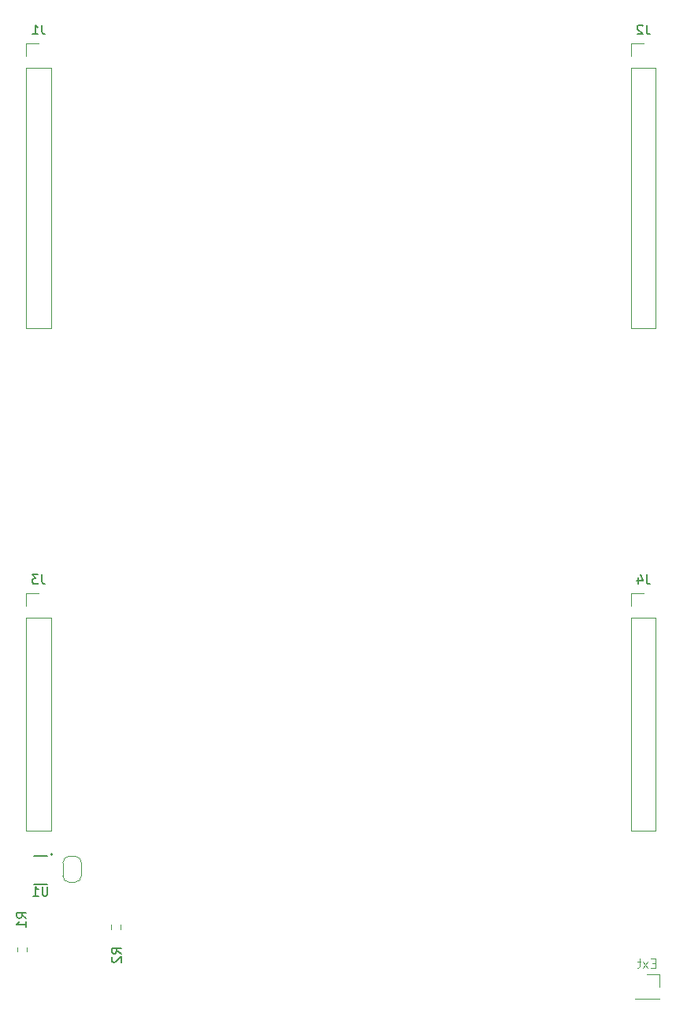
<source format=gbr>
%TF.GenerationSoftware,KiCad,Pcbnew,8.0.1*%
%TF.CreationDate,2024-04-24T15:17:24+01:00*%
%TF.ProjectId,Kishoof_Controls,4b697368-6f6f-4665-9f43-6f6e74726f6c,rev?*%
%TF.SameCoordinates,Original*%
%TF.FileFunction,Legend,Bot*%
%TF.FilePolarity,Positive*%
%FSLAX46Y46*%
G04 Gerber Fmt 4.6, Leading zero omitted, Abs format (unit mm)*
G04 Created by KiCad (PCBNEW 8.0.1) date 2024-04-24 15:17:24*
%MOMM*%
%LPD*%
G01*
G04 APERTURE LIST*
%ADD10C,0.100000*%
%ADD11C,0.150000*%
%ADD12C,0.120000*%
%ADD13C,0.127000*%
%ADD14C,0.200000*%
G04 APERTURE END LIST*
D10*
X124296115Y-142348609D02*
X123962782Y-142348609D01*
X123819925Y-142872419D02*
X124296115Y-142872419D01*
X124296115Y-142872419D02*
X124296115Y-141872419D01*
X124296115Y-141872419D02*
X123819925Y-141872419D01*
X123486591Y-142872419D02*
X122962782Y-142205752D01*
X123486591Y-142205752D02*
X122962782Y-142872419D01*
X122724686Y-142205752D02*
X122343734Y-142205752D01*
X122581829Y-141872419D02*
X122581829Y-142729561D01*
X122581829Y-142729561D02*
X122534210Y-142824800D01*
X122534210Y-142824800D02*
X122438972Y-142872419D01*
X122438972Y-142872419D02*
X122343734Y-142872419D01*
D11*
X58333333Y-41684819D02*
X58333333Y-42399104D01*
X58333333Y-42399104D02*
X58380952Y-42541961D01*
X58380952Y-42541961D02*
X58476190Y-42637200D01*
X58476190Y-42637200D02*
X58619047Y-42684819D01*
X58619047Y-42684819D02*
X58714285Y-42684819D01*
X57333333Y-42684819D02*
X57904761Y-42684819D01*
X57619047Y-42684819D02*
X57619047Y-41684819D01*
X57619047Y-41684819D02*
X57714285Y-41827676D01*
X57714285Y-41827676D02*
X57809523Y-41922914D01*
X57809523Y-41922914D02*
X57904761Y-41970533D01*
X58333333Y-100684819D02*
X58333333Y-101399104D01*
X58333333Y-101399104D02*
X58380952Y-101541961D01*
X58380952Y-101541961D02*
X58476190Y-101637200D01*
X58476190Y-101637200D02*
X58619047Y-101684819D01*
X58619047Y-101684819D02*
X58714285Y-101684819D01*
X57952380Y-100684819D02*
X57333333Y-100684819D01*
X57333333Y-100684819D02*
X57666666Y-101065771D01*
X57666666Y-101065771D02*
X57523809Y-101065771D01*
X57523809Y-101065771D02*
X57428571Y-101113390D01*
X57428571Y-101113390D02*
X57380952Y-101161009D01*
X57380952Y-101161009D02*
X57333333Y-101256247D01*
X57333333Y-101256247D02*
X57333333Y-101494342D01*
X57333333Y-101494342D02*
X57380952Y-101589580D01*
X57380952Y-101589580D02*
X57428571Y-101637200D01*
X57428571Y-101637200D02*
X57523809Y-101684819D01*
X57523809Y-101684819D02*
X57809523Y-101684819D01*
X57809523Y-101684819D02*
X57904761Y-101637200D01*
X57904761Y-101637200D02*
X57952380Y-101589580D01*
X58963302Y-134153833D02*
X58963302Y-134964842D01*
X58963302Y-134964842D02*
X58915596Y-135060255D01*
X58915596Y-135060255D02*
X58867890Y-135107962D01*
X58867890Y-135107962D02*
X58772477Y-135155668D01*
X58772477Y-135155668D02*
X58581651Y-135155668D01*
X58581651Y-135155668D02*
X58486238Y-135107962D01*
X58486238Y-135107962D02*
X58438532Y-135060255D01*
X58438532Y-135060255D02*
X58390825Y-134964842D01*
X58390825Y-134964842D02*
X58390825Y-134153833D01*
X57388991Y-135155668D02*
X57961468Y-135155668D01*
X57675229Y-135155668D02*
X57675229Y-134153833D01*
X57675229Y-134153833D02*
X57770642Y-134296952D01*
X57770642Y-134296952D02*
X57866055Y-134392365D01*
X57866055Y-134392365D02*
X57961468Y-134440072D01*
X56654819Y-137533333D02*
X56178628Y-137200000D01*
X56654819Y-136961905D02*
X55654819Y-136961905D01*
X55654819Y-136961905D02*
X55654819Y-137342857D01*
X55654819Y-137342857D02*
X55702438Y-137438095D01*
X55702438Y-137438095D02*
X55750057Y-137485714D01*
X55750057Y-137485714D02*
X55845295Y-137533333D01*
X55845295Y-137533333D02*
X55988152Y-137533333D01*
X55988152Y-137533333D02*
X56083390Y-137485714D01*
X56083390Y-137485714D02*
X56131009Y-137438095D01*
X56131009Y-137438095D02*
X56178628Y-137342857D01*
X56178628Y-137342857D02*
X56178628Y-136961905D01*
X56654819Y-138485714D02*
X56654819Y-137914286D01*
X56654819Y-138200000D02*
X55654819Y-138200000D01*
X55654819Y-138200000D02*
X55797676Y-138104762D01*
X55797676Y-138104762D02*
X55892914Y-138009524D01*
X55892914Y-138009524D02*
X55940533Y-137914286D01*
X123333333Y-41684819D02*
X123333333Y-42399104D01*
X123333333Y-42399104D02*
X123380952Y-42541961D01*
X123380952Y-42541961D02*
X123476190Y-42637200D01*
X123476190Y-42637200D02*
X123619047Y-42684819D01*
X123619047Y-42684819D02*
X123714285Y-42684819D01*
X122904761Y-41780057D02*
X122857142Y-41732438D01*
X122857142Y-41732438D02*
X122761904Y-41684819D01*
X122761904Y-41684819D02*
X122523809Y-41684819D01*
X122523809Y-41684819D02*
X122428571Y-41732438D01*
X122428571Y-41732438D02*
X122380952Y-41780057D01*
X122380952Y-41780057D02*
X122333333Y-41875295D01*
X122333333Y-41875295D02*
X122333333Y-41970533D01*
X122333333Y-41970533D02*
X122380952Y-42113390D01*
X122380952Y-42113390D02*
X122952380Y-42684819D01*
X122952380Y-42684819D02*
X122333333Y-42684819D01*
X123333333Y-100684819D02*
X123333333Y-101399104D01*
X123333333Y-101399104D02*
X123380952Y-101541961D01*
X123380952Y-101541961D02*
X123476190Y-101637200D01*
X123476190Y-101637200D02*
X123619047Y-101684819D01*
X123619047Y-101684819D02*
X123714285Y-101684819D01*
X122428571Y-101018152D02*
X122428571Y-101684819D01*
X122666666Y-100637200D02*
X122904761Y-101351485D01*
X122904761Y-101351485D02*
X122285714Y-101351485D01*
X66854819Y-141333333D02*
X66378628Y-141000000D01*
X66854819Y-140761905D02*
X65854819Y-140761905D01*
X65854819Y-140761905D02*
X65854819Y-141142857D01*
X65854819Y-141142857D02*
X65902438Y-141238095D01*
X65902438Y-141238095D02*
X65950057Y-141285714D01*
X65950057Y-141285714D02*
X66045295Y-141333333D01*
X66045295Y-141333333D02*
X66188152Y-141333333D01*
X66188152Y-141333333D02*
X66283390Y-141285714D01*
X66283390Y-141285714D02*
X66331009Y-141238095D01*
X66331009Y-141238095D02*
X66378628Y-141142857D01*
X66378628Y-141142857D02*
X66378628Y-140761905D01*
X65950057Y-141714286D02*
X65902438Y-141761905D01*
X65902438Y-141761905D02*
X65854819Y-141857143D01*
X65854819Y-141857143D02*
X65854819Y-142095238D01*
X65854819Y-142095238D02*
X65902438Y-142190476D01*
X65902438Y-142190476D02*
X65950057Y-142238095D01*
X65950057Y-142238095D02*
X66045295Y-142285714D01*
X66045295Y-142285714D02*
X66140533Y-142285714D01*
X66140533Y-142285714D02*
X66283390Y-142238095D01*
X66283390Y-142238095D02*
X66854819Y-141666667D01*
X66854819Y-141666667D02*
X66854819Y-142285714D01*
D12*
%TO.C,J1*%
X56670000Y-43670000D02*
X58000000Y-43670000D01*
X56670000Y-45000000D02*
X56670000Y-43670000D01*
X56670000Y-46270000D02*
X59330000Y-46270000D01*
X56670000Y-74270000D02*
X56670000Y-46270000D01*
X56670000Y-74270000D02*
X59330000Y-74270000D01*
X59330000Y-74270000D02*
X59330000Y-46270000D01*
%TO.C,J3*%
X56670000Y-102670000D02*
X58000000Y-102670000D01*
X56670000Y-104000000D02*
X56670000Y-102670000D01*
X56670000Y-105270000D02*
X59330000Y-105270000D01*
X56670000Y-128190000D02*
X56670000Y-105270000D01*
X56670000Y-128190000D02*
X59330000Y-128190000D01*
X59330000Y-128190000D02*
X59330000Y-105270000D01*
%TO.C,J14*%
X122070000Y-146170000D02*
X124730000Y-146170000D01*
X122070000Y-146230000D02*
X122070000Y-146170000D01*
X122070000Y-146230000D02*
X124730000Y-146230000D01*
X123400000Y-143570000D02*
X124730000Y-143570000D01*
X124730000Y-143570000D02*
X124730000Y-144900000D01*
X124730000Y-146230000D02*
X124730000Y-146170000D01*
D13*
%TO.C,U1*%
X57500000Y-130900000D02*
X58900000Y-130900000D01*
X58900000Y-133900000D02*
X57500000Y-133900000D01*
D14*
X59500000Y-130700000D02*
G75*
G02*
X59300000Y-130700000I-100000J0D01*
G01*
X59300000Y-130700000D02*
G75*
G02*
X59500000Y-130700000I100000J0D01*
G01*
D12*
%TO.C,R1*%
X55677500Y-140662742D02*
X55677500Y-141137258D01*
X56722500Y-140662742D02*
X56722500Y-141137258D01*
%TO.C,J2*%
X121670000Y-43670000D02*
X123000000Y-43670000D01*
X121670000Y-45000000D02*
X121670000Y-43670000D01*
X121670000Y-46270000D02*
X124330000Y-46270000D01*
X121670000Y-74270000D02*
X121670000Y-46270000D01*
X121670000Y-74270000D02*
X124330000Y-74270000D01*
X124330000Y-74270000D02*
X124330000Y-46270000D01*
%TO.C,JP1*%
X60600000Y-133000000D02*
X60600000Y-131600000D01*
X61300000Y-130900000D02*
X61900000Y-130900000D01*
X61900000Y-133700000D02*
X61300000Y-133700000D01*
X62600000Y-131600000D02*
X62600000Y-133000000D01*
X60600000Y-131600000D02*
G75*
G02*
X61300000Y-130900000I700000J0D01*
G01*
X61300000Y-133700000D02*
G75*
G02*
X60600000Y-133000000I-1J699999D01*
G01*
X61900000Y-130900000D02*
G75*
G02*
X62600000Y-131600000I0J-700000D01*
G01*
X62600000Y-133000000D02*
G75*
G02*
X61900000Y-133700000I-699999J-1D01*
G01*
%TO.C,J4*%
X121670000Y-102670000D02*
X123000000Y-102670000D01*
X121670000Y-104000000D02*
X121670000Y-102670000D01*
X121670000Y-105270000D02*
X124330000Y-105270000D01*
X121670000Y-128190000D02*
X121670000Y-105270000D01*
X121670000Y-128190000D02*
X124330000Y-128190000D01*
X124330000Y-128190000D02*
X124330000Y-105270000D01*
%TO.C,R2*%
X65777500Y-138262742D02*
X65777500Y-138737258D01*
X66822500Y-138262742D02*
X66822500Y-138737258D01*
%TD*%
M02*

</source>
